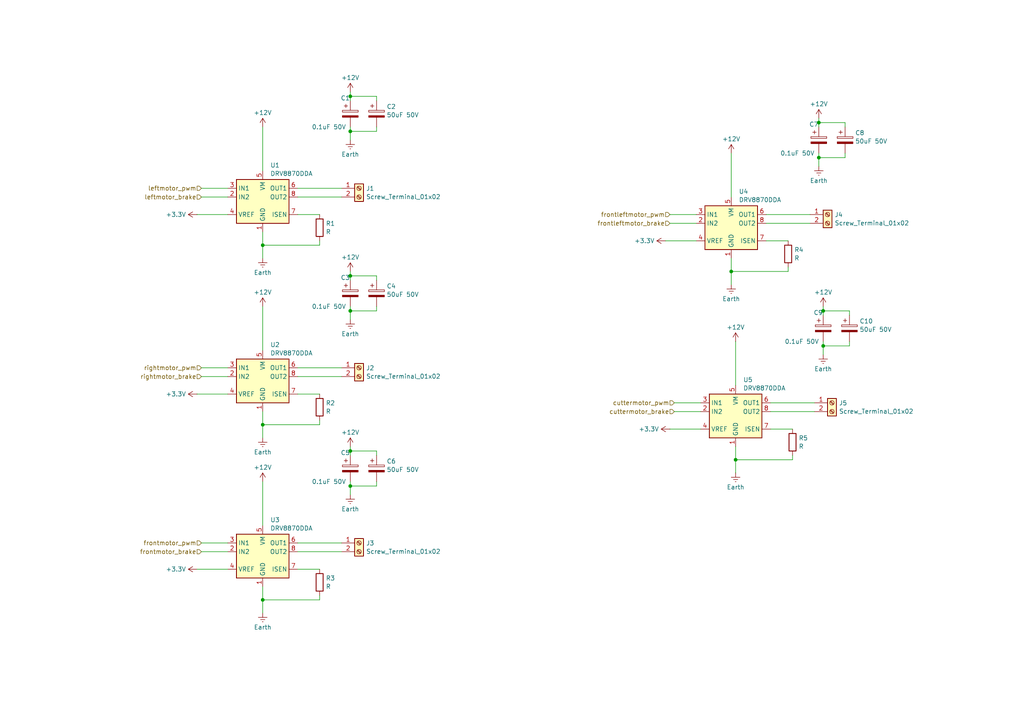
<source format=kicad_sch>
(kicad_sch (version 20250114) (generator "eeschema") (generator_version "9.0")
  (paper "A4")
  (lib_symbols
    (symbol "Connector:Screw_Terminal_01x02" (pin_names (offset 1.016) (hide yes))
      (property "Reference" "J" (at 0 2.54 0))
      (property "Value" "Screw_Terminal_01x02" (at 0 -5.08 0))
      (symbol "Screw_Terminal_01x02_1_1"
        (rectangle (start -1.27 1.27) (end 1.27 -3.81) (stroke (width 0.254)) (fill (type background)))
        (polyline (pts (xy -0.5334 0.3302) (xy 0.3302 -0.508)) (stroke (width 0.1524)))
        (polyline (pts (xy -0.5334 -2.2098) (xy 0.3302 -3.048)) (stroke (width 0.1524)))
        (polyline (pts (xy -0.3556 0.508) (xy 0.508 -0.3302)) (stroke (width 0.1524)))
        (polyline (pts (xy -0.3556 -2.032) (xy 0.508 -2.8702)) (stroke (width 0.1524)))
        (circle (center 0 0) (radius 0.635) (stroke (width 0.1524)))
        (circle (center 0 -2.54) (radius 0.635) (stroke (width 0.1524)))
        (pin passive line (at -5.08 0 0) (length 3.81) (name "Pin_1") (number "1"))
        (pin passive line (at -5.08 -2.54 0) (length 3.81) (name "Pin_2") (number "2"))
      )
    )
    (symbol "Device:C_Polarized" (pin_numbers (hide yes)) (pin_names (offset 0.254))
      (property "Reference" "C" (at 0.635 2.54 0))
      (property "Value" "C_Polarized" (at 0.635 -2.54 0))
      (symbol "C_Polarized_0_1"
        (rectangle (start -2.286 0.508) (end 2.286 1.016))
        (polyline (pts (xy -1.778 2.286) (xy -0.762 2.286)))
        (polyline (pts (xy -1.27 2.794) (xy -1.27 1.778)))
        (rectangle (start 2.286 -0.508) (end -2.286 -1.016) (fill (type outline)))
      )
      (symbol "C_Polarized_1_1"
        (pin passive line (at 0 3.81 270) (length 2.794) (name "~") (number "1"))
        (pin passive line (at 0 -3.81 90) (length 2.794) (name "~") (number "2"))
      )
    )
    (symbol "Device:R" (pin_numbers (hide yes)) (pin_names (offset 0))
      (property "Reference" "R" (at 2.032 0 90))
      (property "Value" "R" (at 0 0 90))
      (symbol "R_0_1"
        (rectangle (start -1.016 -2.54) (end 1.016 2.54) (stroke (width 0.254)))
      )
      (symbol "R_1_1"
        (pin passive line (at 0 3.81 270) (length 1.27) (name "~") (number "1"))
        (pin passive line (at 0 -3.81 90) (length 1.27) (name "~") (number "2"))
      )
    )
    (symbol "Driver_Motor:DRV8870DDA"
      (property "Reference" "U" (at -6.35 6.35 0))
      (property "Value" "DRV8870DDA" (at 8.89 6.35 0))
      (symbol "DRV8870DDA_0_1"
        (rectangle (start -7.62 5.08) (end 7.62 -7.62) (stroke (width 0.254)) (fill (type background)))
      )
      (symbol "DRV8870DDA_1_1"
        (pin input line (at -10.16 2.54 0) (length 2.54) (name "IN1") (number "3"))
        (pin input line (at -10.16 0 0) (length 2.54) (name "IN2") (number "2"))
        (pin input line (at -10.16 -5.08 0) (length 2.54) (name "VREF") (number "4"))
        (pin power_in line (at 0 7.62 270) (length 2.54) (name "VM") (number "5"))
        (pin power_in line (at 0 -10.16 90) (length 2.54) (name "GND") (number "1"))
        (pin passive line (at 0 -10.16 90) (length 2.54) (hide yes) (name "GND") (number "9"))
        (pin output line (at 10.16 2.54 180) (length 2.54) (name "OUT1") (number "6"))
        (pin output line (at 10.16 0 180) (length 2.54) (name "OUT2") (number "8"))
        (pin passive line (at 10.16 -5.08 180) (length 2.54) (name "ISEN") (number "7"))
      )
    )
    (symbol "power:+12V" (power) (pin_numbers (hide yes)) (pin_names (offset 0) (hide yes))
      (property "Value" "+12V" (at 0 3.556 0))
      (symbol "+12V_0_1"
        (polyline (pts (xy -0.762 1.27) (xy 0 2.54)))
        (polyline (pts (xy 0 2.54) (xy 0.762 1.27)))
        (polyline (pts (xy 0 0) (xy 0 2.54)))
      )
      (symbol "+12V_1_1"
        (pin power_in line (at 0 0 90) (length 0) (name "~") (number "1"))
      )
    )
    (symbol "power:+3.3V" (power) (pin_numbers (hide yes)) (pin_names (offset 0) (hide yes))
      (property "Value" "+3.3V" (at 0 3.556 0))
      (symbol "+3.3V_0_1"
        (polyline (pts (xy -0.762 1.27) (xy 0 2.54)))
        (polyline (pts (xy 0 2.54) (xy 0.762 1.27)))
        (polyline (pts (xy 0 0) (xy 0 2.54)))
      )
      (symbol "+3.3V_1_1"
        (pin power_in line (at 0 0 90) (length 0) (name "~") (number "1"))
      )
    )
    (symbol "power:Earth" (power) (pin_numbers (hide yes)) (pin_names (offset 0) (hide yes))
      (property "Value" "Earth" (at 0 -3.81 0))
      (symbol "Earth_0_1"
        (polyline (pts (xy -0.635 -1.905) (xy 0.635 -1.905)))
        (polyline (pts (xy -0.127 -2.54) (xy 0.127 -2.54)))
        (polyline (pts (xy 0 -1.27) (xy 0 0)))
        (polyline (pts (xy 1.27 -1.27) (xy -1.27 -1.27)))
      )
      (symbol "Earth_1_1"
        (pin power_in line (at 0 0 270) (length 0) (name "~") (number "1"))
      )
    )
  )
  (junction (at 212.09 78.74))
  (junction (at 76.2 123.19))
  (junction (at 101.6 90.17))
  (junction (at 213.36 133.35))
  (junction (at 101.6 130.81))
  (junction (at 76.2 71.12))
  (junction (at 238.76 90.17))
  (junction (at 101.6 27.94))
  (junction (at 76.2 173.99))
  (junction (at 237.49 45.72))
  (junction (at 238.76 100.33))
  (junction (at 101.6 140.97))
  (junction (at 237.49 35.56))
  (junction (at 101.6 38.1))
  (junction (at 101.6 80.01))
  (wire (pts (xy 101.6 130.81) (xy 101.6 132.08)))
  (wire (pts (xy 238.76 99.06) (xy 238.76 100.33)))
  (wire (pts (xy 109.22 132.08) (xy 109.22 130.81)))
  (wire (pts (xy 92.71 173.99) (xy 92.71 172.72)))
  (wire (pts (xy 101.6 36.83) (xy 101.6 38.1)))
  (wire (pts (xy 228.6 78.74) (xy 228.6 77.47)))
  (wire (pts (xy 101.6 26.67) (xy 101.6 27.94)))
  (wire (pts (xy 76.2 170.18) (xy 76.2 173.99)))
  (wire (pts (xy 109.22 81.28) (xy 109.22 80.01)))
  (wire (pts (xy 237.49 45.72) (xy 237.49 48.26)))
  (wire (pts (xy 109.22 88.9) (xy 109.22 90.17)))
  (wire (pts (xy 109.22 139.7) (xy 109.22 140.97)))
  (wire (pts (xy 101.6 129.54) (xy 101.6 130.81)))
  (wire (pts (xy 245.11 35.56) (xy 237.49 35.56)))
  (wire (pts (xy 86.36 157.48) (xy 99.06 157.48)))
  (wire (pts (xy 101.6 90.17) (xy 101.6 92.71)))
  (wire (pts (xy 86.36 114.3) (xy 92.71 114.3)))
  (wire (pts (xy 58.42 157.48) (xy 66.04 157.48)))
  (wire (pts (xy 238.76 100.33) (xy 246.38 100.33)))
  (wire (pts (xy 101.6 140.97) (xy 109.22 140.97)))
  (wire (pts (xy 86.36 62.23) (xy 92.71 62.23)))
  (wire (pts (xy 213.36 133.35) (xy 229.87 133.35)))
  (wire (pts (xy 76.2 123.19) (xy 76.2 127)))
  (wire (pts (xy 101.6 140.97) (xy 101.6 143.51)))
  (wire (pts (xy 58.42 160.02) (xy 66.04 160.02)))
  (wire (pts (xy 237.49 34.29) (xy 237.49 35.56)))
  (wire (pts (xy 101.6 27.94) (xy 101.6 29.21)))
  (wire (pts (xy 109.22 130.81) (xy 101.6 130.81)))
  (wire (pts (xy 238.76 88.9) (xy 238.76 90.17)))
  (wire (pts (xy 101.6 38.1) (xy 109.22 38.1)))
  (wire (pts (xy 222.25 64.77) (xy 234.95 64.77)))
  (wire (pts (xy 237.49 45.72) (xy 245.11 45.72)))
  (wire (pts (xy 92.71 71.12) (xy 92.71 69.85)))
  (wire (pts (xy 57.15 165.1) (xy 66.04 165.1)))
  (wire (pts (xy 109.22 36.83) (xy 109.22 38.1)))
  (wire (pts (xy 92.71 123.19) (xy 92.71 121.92)))
  (wire (pts (xy 245.11 36.83) (xy 245.11 35.56)))
  (wire (pts (xy 76.2 71.12) (xy 76.2 74.93)))
  (wire (pts (xy 76.2 139.7) (xy 76.2 152.4)))
  (wire (pts (xy 101.6 78.74) (xy 101.6 80.01)))
  (wire (pts (xy 58.42 109.22) (xy 66.04 109.22)))
  (wire (pts (xy 101.6 88.9) (xy 101.6 90.17)))
  (wire (pts (xy 58.42 54.61) (xy 66.04 54.61)))
  (wire (pts (xy 195.58 119.38) (xy 203.2 119.38)))
  (wire (pts (xy 223.52 119.38) (xy 236.22 119.38)))
  (wire (pts (xy 223.52 116.84) (xy 236.22 116.84)))
  (wire (pts (xy 76.2 173.99) (xy 76.2 177.8)))
  (wire (pts (xy 76.2 67.31) (xy 76.2 71.12)))
  (wire (pts (xy 238.76 100.33) (xy 238.76 102.87)))
  (wire (pts (xy 194.31 124.46) (xy 203.2 124.46)))
  (wire (pts (xy 86.36 165.1) (xy 92.71 165.1)))
  (wire (pts (xy 195.58 116.84) (xy 203.2 116.84)))
  (wire (pts (xy 86.36 109.22) (xy 99.06 109.22)))
  (wire (pts (xy 246.38 90.17) (xy 238.76 90.17)))
  (wire (pts (xy 57.15 62.23) (xy 66.04 62.23)))
  (wire (pts (xy 212.09 78.74) (xy 212.09 82.55)))
  (wire (pts (xy 76.2 119.38) (xy 76.2 123.19)))
  (wire (pts (xy 76.2 71.12) (xy 92.71 71.12)))
  (wire (pts (xy 245.11 44.45) (xy 245.11 45.72)))
  (wire (pts (xy 101.6 38.1) (xy 101.6 40.64)))
  (wire (pts (xy 229.87 133.35) (xy 229.87 132.08)))
  (wire (pts (xy 223.52 124.46) (xy 229.87 124.46)))
  (wire (pts (xy 101.6 80.01) (xy 101.6 81.28)))
  (wire (pts (xy 109.22 27.94) (xy 101.6 27.94)))
  (wire (pts (xy 57.15 114.3) (xy 66.04 114.3)))
  (wire (pts (xy 194.31 62.23) (xy 201.93 62.23)))
  (wire (pts (xy 76.2 36.83) (xy 76.2 49.53)))
  (wire (pts (xy 109.22 29.21) (xy 109.22 27.94)))
  (wire (pts (xy 212.09 44.45) (xy 212.09 57.15)))
  (wire (pts (xy 246.38 99.06) (xy 246.38 100.33)))
  (wire (pts (xy 222.25 69.85) (xy 228.6 69.85)))
  (wire (pts (xy 86.36 57.15) (xy 99.06 57.15)))
  (wire (pts (xy 193.04 69.85) (xy 201.93 69.85)))
  (wire (pts (xy 58.42 106.68) (xy 66.04 106.68)))
  (wire (pts (xy 246.38 91.44) (xy 246.38 90.17)))
  (wire (pts (xy 86.36 106.68) (xy 99.06 106.68)))
  (wire (pts (xy 86.36 160.02) (xy 99.06 160.02)))
  (wire (pts (xy 109.22 80.01) (xy 101.6 80.01)))
  (wire (pts (xy 213.36 99.06) (xy 213.36 111.76)))
  (wire (pts (xy 237.49 44.45) (xy 237.49 45.72)))
  (wire (pts (xy 212.09 74.93) (xy 212.09 78.74)))
  (wire (pts (xy 213.36 129.54) (xy 213.36 133.35)))
  (wire (pts (xy 101.6 139.7) (xy 101.6 140.97)))
  (wire (pts (xy 101.6 90.17) (xy 109.22 90.17)))
  (wire (pts (xy 213.36 133.35) (xy 213.36 137.16)))
  (wire (pts (xy 58.42 57.15) (xy 66.04 57.15)))
  (wire (pts (xy 212.09 78.74) (xy 228.6 78.74)))
  (wire (pts (xy 194.31 64.77) (xy 201.93 64.77)))
  (wire (pts (xy 76.2 88.9) (xy 76.2 101.6)))
  (wire (pts (xy 237.49 35.56) (xy 237.49 36.83)))
  (wire (pts (xy 76.2 173.99) (xy 92.71 173.99)))
  (wire (pts (xy 238.76 90.17) (xy 238.76 91.44)))
  (wire (pts (xy 86.36 54.61) (xy 99.06 54.61)))
  (wire (pts (xy 222.25 62.23) (xy 234.95 62.23)))
  (wire (pts (xy 76.2 123.19) (xy 92.71 123.19)))
  (hierarchical_label "cuttermotor_brake" (shape input) (at 195.58 119.38 180))
  (hierarchical_label "frontleftmotor_pwm" (shape input) (at 194.31 62.23 180))
  (hierarchical_label "rightmotor_pwm" (shape input) (at 58.42 106.68 180))
  (hierarchical_label "leftmotor_brake" (shape input) (at 58.42 57.15 180))
  (hierarchical_label "frontleftmotor_brake" (shape input) (at 194.31 64.77 180))
  (hierarchical_label "frontmotor_brake" (shape input) (at 58.42 160.02 180))
  (hierarchical_label "cuttermotor_pwm" (shape input) (at 195.58 116.84 180))
  (hierarchical_label "leftmotor_pwm" (shape input) (at 58.42 54.61 180))
  (hierarchical_label "rightmotor_brake" (shape input) (at 58.42 109.22 180))
  (hierarchical_label "frontmotor_pwm" (shape input) (at 58.42 157.48 180))
  (symbol (lib_id "power:+3.3V") (at 57.15 114.3 90) (unit 1)
    (property "Reference" "#PWR06" (effects (hide yes)))
    (property "Value" "+3.3V" (at 53.975 114.3 90) (effects (justify left)))
    (property "Description" "Power symbol creates a global label with name \"+3.3V\"" (effects (hide yes)))
  )
  (symbol (lib_id "power:+12V") (at 101.6 129.54 0) (unit 1)
    (property "Reference" "#PWR014" (effects (hide yes)))
    (property "Value" "+12V" (at 101.6 125.4069 0))
    (property "Description" "Power symbol creates a global label with name \"+12V\"" (effects (hide yes)))
  )
  (symbol (lib_id "power:+12V") (at 213.36 99.06 0) (unit 1)
    (property "Reference" "#PWR022" (effects (hide yes)))
    (property "Value" "+12V" (at 213.36 94.9269 0))
    (property "Description" "Power symbol creates a global label with name \"+12V\"" (effects (hide yes)))
  )
  (symbol (lib_id "power:+12V") (at 238.76 88.9 0) (unit 1)
    (property "Reference" "#PWR024" (effects (hide yes)))
    (property "Value" "+12V" (at 238.76 84.7669 0))
    (property "Description" "Power symbol creates a global label with name \"+12V\"" (effects (hide yes)))
  )
  (symbol (lib_id "power:+12V") (at 237.49 34.29 0) (unit 1)
    (property "Reference" "#PWR019" (effects (hide yes)))
    (property "Value" "+12V" (at 237.49 30.1569 0))
    (property "Description" "Power symbol creates a global label with name \"+12V\"" (effects (hide yes)))
  )
  (symbol (lib_id "Connector:Screw_Terminal_01x02") (at 104.14 106.68 0) (unit 1)
    (property "Reference" "J2" (at 106.172 106.7378 0) (effects (justify left)))
    (property "Value" "Screw_Terminal_01x02" (at 106.172 109.1621 0) (effects (justify left)))
    (property "Description" "Generic screw terminal, single row, 01x02, script generated (kicad-library-utils/schlib/autogen/connector/)" (effects (hide yes)))
  )
  (symbol (lib_id "power:+3.3V") (at 57.15 62.23 90) (unit 1)
    (property "Reference" "#PWR03" (effects (hide yes)))
    (property "Value" "+3.3V" (at 53.975 62.23 90) (effects (justify left)))
    (property "Description" "Power symbol creates a global label with name \"+3.3V\"" (effects (hide yes)))
  )
  (symbol (lib_id "power:Earth") (at 76.2 177.8 0) (unit 1)
    (property "Reference" "#PWR013" (effects (hide yes)))
    (property "Value" "Earth" (at 76.2 181.9331 0))
    (property "Description" "Power symbol creates a global label with name \"Earth\"" (effects (hide yes)))
  )
  (symbol (lib_id "power:Earth") (at 213.36 137.16 0) (unit 1)
    (property "Reference" "#PWR023" (effects (hide yes)))
    (property "Value" "Earth" (at 213.36 141.2931 0))
    (property "Description" "Power symbol creates a global label with name \"Earth\"" (effects (hide yes)))
  )
  (symbol (lib_id "power:Earth") (at 238.76 102.87 0) (unit 1)
    (property "Reference" "#PWR025" (effects (hide yes)))
    (property "Value" "Earth" (at 238.76 107.0031 0))
    (property "Description" "Power symbol creates a global label with name \"Earth\"" (effects (hide yes)))
  )
  (symbol (lib_id "power:Earth") (at 101.6 40.64 0) (unit 1)
    (property "Reference" "#PWR05" (effects (hide yes)))
    (property "Value" "Earth" (at 101.6 44.7731 0))
    (property "Description" "Power symbol creates a global label with name \"Earth\"" (effects (hide yes)))
  )
  (symbol (lib_id "power:+3.3V") (at 194.31 124.46 90) (unit 1)
    (property "Reference" "#PWR021" (effects (hide yes)))
    (property "Value" "+3.3V" (at 191.135 124.46 90) (effects (justify left)))
    (property "Description" "Power symbol creates a global label with name \"+3.3V\"" (effects (hide yes)))
  )
  (symbol (lib_id "Connector:Screw_Terminal_01x02") (at 104.14 157.48 0) (unit 1)
    (property "Reference" "J3" (at 106.172 157.5378 0) (effects (justify left)))
    (property "Value" "Screw_Terminal_01x02" (at 106.172 159.9621 0) (effects (justify left)))
    (property "Description" "Generic screw terminal, single row, 01x02, script generated (kicad-library-utils/schlib/autogen/connector/)" (effects (hide yes)))
  )
  (symbol (lib_id "Connector:Screw_Terminal_01x02") (at 241.3 116.84 0) (unit 1)
    (property "Reference" "J5" (at 243.332 116.8978 0) (effects (justify left)))
    (property "Value" "Screw_Terminal_01x02" (at 243.332 119.3221 0) (effects (justify left)))
    (property "Description" "Generic screw terminal, single row, 01x02, script generated (kicad-library-utils/schlib/autogen/connector/)" (effects (hide yes)))
  )
  (symbol (lib_id "Connector:Screw_Terminal_01x02") (at 104.14 54.61 0) (unit 1)
    (property "Reference" "J1" (at 106.172 54.6678 0) (effects (justify left)))
    (property "Value" "Screw_Terminal_01x02" (at 106.172 57.0921 0) (effects (justify left)))
    (property "Description" "Generic screw terminal, single row, 01x02, script generated (kicad-library-utils/schlib/autogen/connector/)" (effects (hide yes)))
  )
  (symbol (lib_id "power:+12V") (at 76.2 36.83 0) (unit 1)
    (property "Reference" "#PWR01" (effects (hide yes)))
    (property "Value" "+12V" (at 76.2 32.6969 0))
    (property "Description" "Power symbol creates a global label with name \"+12V\"" (effects (hide yes)))
  )
  (symbol (lib_id "power:Earth") (at 76.2 74.93 0) (unit 1)
    (property "Reference" "#PWR02" (effects (hide yes)))
    (property "Value" "Earth" (at 76.2 79.0631 0))
    (property "Description" "Power symbol creates a global label with name \"Earth\"" (effects (hide yes)))
  )
  (symbol (lib_id "power:+12V") (at 212.09 44.45 0) (unit 1)
    (property "Reference" "#PWR017" (effects (hide yes)))
    (property "Value" "+12V" (at 212.09 40.3169 0))
    (property "Description" "Power symbol creates a global label with name \"+12V\"" (effects (hide yes)))
  )
  (symbol (lib_id "power:+3.3V") (at 57.15 165.1 90) (unit 1)
    (property "Reference" "#PWR011" (effects (hide yes)))
    (property "Value" "+3.3V" (at 53.975 165.1 90) (effects (justify left)))
    (property "Description" "Power symbol creates a global label with name \"+3.3V\"" (effects (hide yes)))
  )
  (symbol (lib_id "Connector:Screw_Terminal_01x02") (at 240.03 62.23 0) (unit 1)
    (property "Reference" "J4" (at 242.062 62.2878 0) (effects (justify left)))
    (property "Value" "Screw_Terminal_01x02" (at 242.062 64.7121 0) (effects (justify left)))
    (property "Description" "Generic screw terminal, single row, 01x02, script generated (kicad-library-utils/schlib/autogen/connector/)" (effects (hide yes)))
  )
  (symbol (lib_id "Device:R") (at 229.87 128.27 0) (unit 1)
    (property "Reference" "R5" (at 231.648 127.0578 0) (effects (justify left)))
    (property "Value" "R" (at 231.648 129.4821 0) (effects (justify left)))
    (property "Description" "Resistor" (effects (hide yes)))
  )
  (symbol (lib_id "Device:C_Polarized") (at 101.6 33.02 0) (unit 1)
    (property "Reference" "C1" (at 98.806 28.448 0) (effects (justify left)))
    (property "Value" "0.1uF 50V" (at 90.424 36.83 0) (effects (justify left)))
    (property "Description" "Polarized capacitor" (effects (hide yes)))
  )
  (symbol (lib_id "Device:R") (at 92.71 118.11 0) (unit 1)
    (property "Reference" "R2" (at 94.488 116.8978 0) (effects (justify left)))
    (property "Value" "R" (at 94.488 119.3221 0) (effects (justify left)))
    (property "Description" "Resistor" (effects (hide yes)))
  )
  (symbol (lib_id "Device:C_Polarized") (at 109.22 85.09 0) (unit 1)
    (property "Reference" "C4" (at 112.141 82.9888 0) (effects (justify left)))
    (property "Value" "50uF 50V" (at 112.141 85.4131 0) (effects (justify left)))
    (property "Description" "Polarized capacitor" (effects (hide yes)))
  )
  (symbol (lib_id "power:Earth") (at 237.49 48.26 0) (unit 1)
    (property "Reference" "#PWR020" (effects (hide yes)))
    (property "Value" "Earth" (at 237.49 52.3931 0))
    (property "Description" "Power symbol creates a global label with name \"Earth\"" (effects (hide yes)))
  )
  (symbol (lib_id "power:Earth") (at 101.6 143.51 0) (unit 1)
    (property "Reference" "#PWR015" (effects (hide yes)))
    (property "Value" "Earth" (at 101.6 147.6431 0))
    (property "Description" "Power symbol creates a global label with name \"Earth\"" (effects (hide yes)))
  )
  (symbol (lib_id "Driver_Motor:DRV8870DDA") (at 212.09 64.77 0) (unit 1)
    (property "Reference" "U4" (at 214.2841 55.5455 0) (effects (justify left)))
    (property "Value" "DRV8870DDA" (at 214.2841 57.9698 0) (effects (justify left)))
    (property "Footprint" "Package_SO:Texas_HTSOP-8-1EP_3.9x4.9mm_P1.27mm_EP2.95x4.9mm_Mask2.4x3.1mm_ThermalVias" (effects (hide yes)))
    (property "Datasheet" "http://www.ti.com/lit/ds/symlink/drv8870.pdf" (effects (hide yes)))
    (property "Description" "Brushed DC Motor Driver, PWM Control, 45V, 3.6A, Dynamic current limiting, HTSOP-8" (effects (hide yes)))
  )
  (symbol (lib_id "Driver_Motor:DRV8870DDA") (at 76.2 109.22 0) (unit 1)
    (property "Reference" "U2" (at 78.3941 99.9955 0) (effects (justify left)))
    (property "Value" "DRV8870DDA" (at 78.3941 102.4198 0) (effects (justify left)))
    (property "Footprint" "Package_SO:Texas_HTSOP-8-1EP_3.9x4.9mm_P1.27mm_EP2.95x4.9mm_Mask2.4x3.1mm_ThermalVias" (effects (hide yes)))
    (property "Datasheet" "http://www.ti.com/lit/ds/symlink/drv8870.pdf" (effects (hide yes)))
    (property "Description" "Brushed DC Motor Driver, PWM Control, 45V, 3.6A, Dynamic current limiting, HTSOP-8" (effects (hide yes)))
  )
  (symbol (lib_id "power:+12V") (at 101.6 26.67 0) (unit 1)
    (property "Reference" "#PWR04" (effects (hide yes)))
    (property "Value" "+12V" (at 101.6 22.5369 0))
    (property "Description" "Power symbol creates a global label with name \"+12V\"" (effects (hide yes)))
  )
  (symbol (lib_id "power:Earth") (at 101.6 92.71 0) (unit 1)
    (property "Reference" "#PWR010" (effects (hide yes)))
    (property "Value" "Earth" (at 101.6 96.8431 0))
    (property "Description" "Power symbol creates a global label with name \"Earth\"" (effects (hide yes)))
  )
  (symbol (lib_id "Driver_Motor:DRV8870DDA") (at 76.2 160.02 0) (unit 1)
    (property "Reference" "U3" (at 78.3941 150.7955 0) (effects (justify left)))
    (property "Value" "DRV8870DDA" (at 78.3941 153.2198 0) (effects (justify left)))
    (property "Footprint" "Package_SO:Texas_HTSOP-8-1EP_3.9x4.9mm_P1.27mm_EP2.95x4.9mm_Mask2.4x3.1mm_ThermalVias" (effects (hide yes)))
    (property "Datasheet" "http://www.ti.com/lit/ds/symlink/drv8870.pdf" (effects (hide yes)))
    (property "Description" "Brushed DC Motor Driver, PWM Control, 45V, 3.6A, Dynamic current limiting, HTSOP-8" (effects (hide yes)))
  )
  (symbol (lib_id "Driver_Motor:DRV8870DDA") (at 76.2 57.15 0) (unit 1)
    (property "Reference" "U1" (at 78.3941 47.9255 0) (effects (justify left)))
    (property "Value" "DRV8870DDA" (at 78.3941 50.3498 0) (effects (justify left)))
    (property "Footprint" "Package_SO:Texas_HTSOP-8-1EP_3.9x4.9mm_P1.27mm_EP2.95x4.9mm_Mask2.4x3.1mm_ThermalVias" (effects (hide yes)))
    (property "Datasheet" "http://www.ti.com/lit/ds/symlink/drv8870.pdf" (effects (hide yes)))
    (property "Description" "Brushed DC Motor Driver, PWM Control, 45V, 3.6A, Dynamic current limiting, HTSOP-8" (effects (hide yes)))
  )
  (symbol (lib_id "Device:R") (at 92.71 66.04 0) (unit 1)
    (property "Reference" "R1" (at 94.488 64.8278 0) (effects (justify left)))
    (property "Value" "R" (at 94.488 67.2521 0) (effects (justify left)))
    (property "Description" "Resistor" (effects (hide yes)))
  )
  (symbol (lib_id "Device:C_Polarized") (at 109.22 33.02 0) (unit 1)
    (property "Reference" "C2" (at 112.141 30.9188 0) (effects (justify left)))
    (property "Value" "50uF 50V" (at 112.141 33.3431 0) (effects (justify left)))
    (property "Description" "Polarized capacitor" (effects (hide yes)))
  )
  (symbol (lib_id "power:Earth") (at 212.09 82.55 0) (unit 1)
    (property "Reference" "#PWR018" (effects (hide yes)))
    (property "Value" "Earth" (at 212.09 86.6831 0))
    (property "Description" "Power symbol creates a global label with name \"Earth\"" (effects (hide yes)))
  )
  (symbol (lib_id "power:Earth") (at 76.2 127 0) (unit 1)
    (property "Reference" "#PWR08" (effects (hide yes)))
    (property "Value" "Earth" (at 76.2 131.1331 0))
    (property "Description" "Power symbol creates a global label with name \"Earth\"" (effects (hide yes)))
  )
  (symbol (lib_id "Device:C_Polarized") (at 101.6 135.89 0) (unit 1)
    (property "Reference" "C5" (at 98.806 131.318 0) (effects (justify left)))
    (property "Value" "0.1uF 50V" (at 90.424 139.7 0) (effects (justify left)))
    (property "Description" "Polarized capacitor" (effects (hide yes)))
  )
  (symbol (lib_id "power:+12V") (at 101.6 78.74 0) (unit 1)
    (property "Reference" "#PWR09" (effects (hide yes)))
    (property "Value" "+12V" (at 101.6 74.6069 0))
    (property "Description" "Power symbol creates a global label with name \"+12V\"" (effects (hide yes)))
  )
  (symbol (lib_id "Device:C_Polarized") (at 246.38 95.25 0) (unit 1)
    (property "Reference" "C10" (at 249.301 93.1488 0) (effects (justify left)))
    (property "Value" "50uF 50V" (at 249.301 95.5731 0) (effects (justify left)))
    (property "Description" "Polarized capacitor" (effects (hide yes)))
  )
  (symbol (lib_id "power:+3.3V") (at 193.04 69.85 90) (unit 1)
    (property "Reference" "#PWR016" (effects (hide yes)))
    (property "Value" "+3.3V" (at 189.865 69.85 90) (effects (justify left)))
    (property "Description" "Power symbol creates a global label with name \"+3.3V\"" (effects (hide yes)))
  )
  (symbol (lib_id "Device:C_Polarized") (at 237.49 40.64 0) (unit 1)
    (property "Reference" "C7" (at 234.696 36.068 0) (effects (justify left)))
    (property "Value" "0.1uF 50V" (at 226.314 44.45 0) (effects (justify left)))
    (property "Description" "Polarized capacitor" (effects (hide yes)))
  )
  (symbol (lib_id "Device:C_Polarized") (at 238.76 95.25 0) (unit 1)
    (property "Reference" "C9" (at 235.966 90.678 0) (effects (justify left)))
    (property "Value" "0.1uF 50V" (at 227.584 99.06 0) (effects (justify left)))
    (property "Description" "Polarized capacitor" (effects (hide yes)))
  )
  (symbol (lib_id "power:+12V") (at 76.2 88.9 0) (unit 1)
    (property "Reference" "#PWR07" (effects (hide yes)))
    (property "Value" "+12V" (at 76.2 84.7669 0))
    (property "Description" "Power symbol creates a global label with name \"+12V\"" (effects (hide yes)))
  )
  (symbol (lib_id "Device:C_Polarized") (at 245.11 40.64 0) (unit 1)
    (property "Reference" "C8" (at 248.031 38.5388 0) (effects (justify left)))
    (property "Value" "50uF 50V" (at 248.031 40.9631 0) (effects (justify left)))
    (property "Description" "Polarized capacitor" (effects (hide yes)))
  )
  (symbol (lib_id "power:+12V") (at 76.2 139.7 0) (unit 1)
    (property "Reference" "#PWR012" (effects (hide yes)))
    (property "Value" "+12V" (at 76.2 135.5669 0))
    (property "Description" "Power symbol creates a global label with name \"+12V\"" (effects (hide yes)))
  )
  (symbol (lib_id "Device:C_Polarized") (at 109.22 135.89 0) (unit 1)
    (property "Reference" "C6" (at 112.141 133.7888 0) (effects (justify left)))
    (property "Value" "50uF 50V" (at 112.141 136.2131 0) (effects (justify left)))
    (property "Description" "Polarized capacitor" (effects (hide yes)))
  )
  (symbol (lib_id "Driver_Motor:DRV8870DDA") (at 213.36 119.38 0) (unit 1)
    (property "Reference" "U5" (at 215.5541 110.1555 0) (effects (justify left)))
    (property "Value" "DRV8870DDA" (at 215.5541 112.5798 0) (effects (justify left)))
    (property "Footprint" "Package_SO:Texas_HTSOP-8-1EP_3.9x4.9mm_P1.27mm_EP2.95x4.9mm_Mask2.4x3.1mm_ThermalVias" (effects (hide yes)))
    (property "Datasheet" "http://www.ti.com/lit/ds/symlink/drv8870.pdf" (effects (hide yes)))
    (property "Description" "Brushed DC Motor Driver, PWM Control, 45V, 3.6A, Dynamic current limiting, HTSOP-8" (effects (hide yes)))
  )
  (symbol (lib_id "Device:R") (at 92.71 168.91 0) (unit 1)
    (property "Reference" "R3" (at 94.488 167.6978 0) (effects (justify left)))
    (property "Value" "R" (at 94.488 170.1221 0) (effects (justify left)))
    (property "Description" "Resistor" (effects (hide yes)))
  )
  (symbol (lib_id "Device:C_Polarized") (at 101.6 85.09 0) (unit 1)
    (property "Reference" "C3" (at 98.806 80.518 0) (effects (justify left)))
    (property "Value" "0.1uF 50V" (at 90.424 88.9 0) (effects (justify left)))
    (property "Description" "Polarized capacitor" (effects (hide yes)))
  )
  (symbol (lib_id "Device:R") (at 228.6 73.66 0) (unit 1)
    (property "Reference" "R4" (at 230.378 72.4478 0) (effects (justify left)))
    (property "Value" "R" (at 230.378 74.8721 0) (effects (justify left)))
    (property "Description" "Resistor" (effects (hide yes)))
  )
)
</source>
